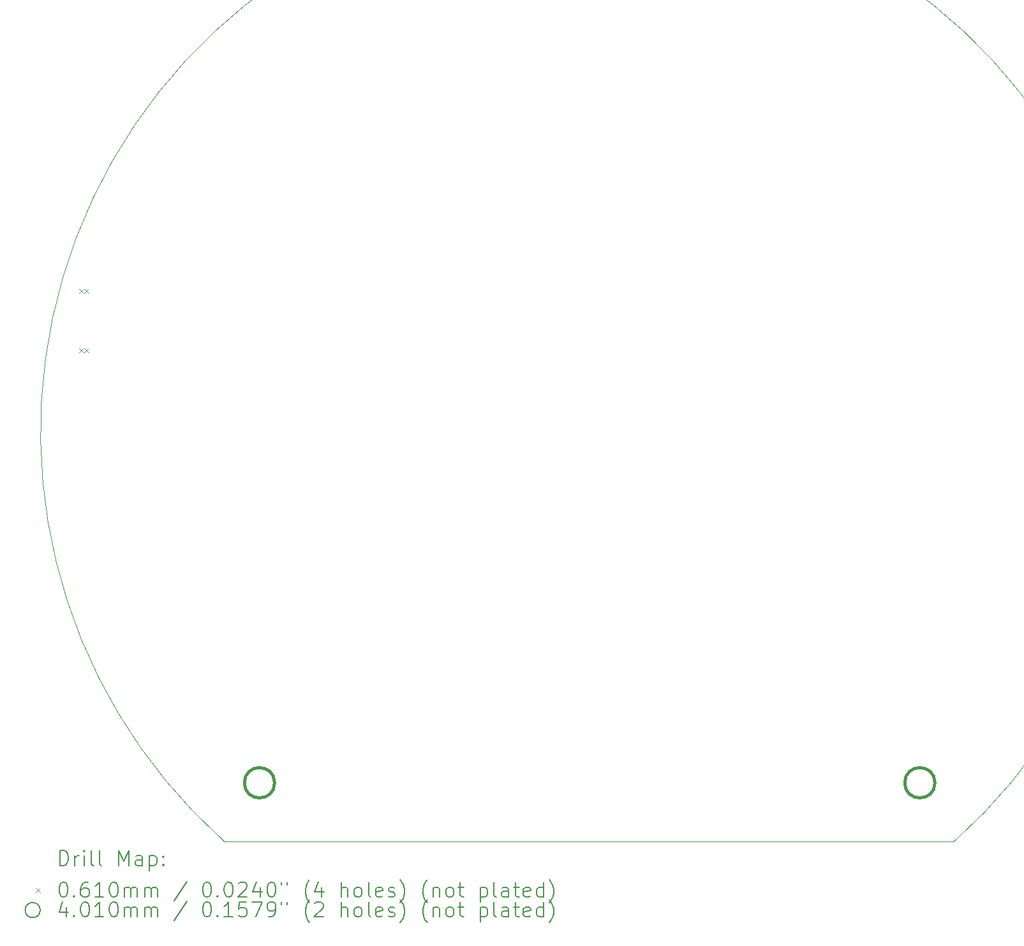
<source format=gbr>
%TF.GenerationSoftware,KiCad,Pcbnew,7.0.8*%
%TF.CreationDate,2024-05-08T13:20:17-04:00*%
%TF.ProjectId,PowerBoard_2024,506f7765-7242-46f6-9172-645f32303234,rev?*%
%TF.SameCoordinates,Original*%
%TF.FileFunction,Drillmap*%
%TF.FilePolarity,Positive*%
%FSLAX45Y45*%
G04 Gerber Fmt 4.5, Leading zero omitted, Abs format (unit mm)*
G04 Created by KiCad (PCBNEW 7.0.8) date 2024-05-08 13:20:17*
%MOMM*%
%LPD*%
G01*
G04 APERTURE LIST*
%ADD10C,0.100000*%
%ADD11C,0.200000*%
%ADD12C,0.060960*%
%ADD13C,0.401000*%
G04 APERTURE END LIST*
D10*
X18734900Y-15232220D02*
X9054900Y-15232220D01*
X18734900Y-15232220D02*
G75*
G03*
X9054900Y-15232220I-4840000J5440000D01*
G01*
D11*
D12*
X7125970Y-7887150D02*
X7186930Y-7948110D01*
X7186930Y-7887150D02*
X7125970Y-7948110D01*
X7125970Y-8677150D02*
X7186930Y-8738110D01*
X7186930Y-8677150D02*
X7125970Y-8738110D01*
X7194550Y-7887150D02*
X7255510Y-7948110D01*
X7255510Y-7887150D02*
X7194550Y-7948110D01*
X7194550Y-8677150D02*
X7255510Y-8738110D01*
X7255510Y-8677150D02*
X7194550Y-8738110D01*
D13*
X9719400Y-14450220D02*
G75*
G03*
X9719400Y-14450220I-200500J0D01*
G01*
X18482400Y-14450220D02*
G75*
G03*
X18482400Y-14450220I-200500J0D01*
G01*
D11*
X6869248Y-15548704D02*
X6869248Y-15348704D01*
X6869248Y-15348704D02*
X6916867Y-15348704D01*
X6916867Y-15348704D02*
X6945439Y-15358228D01*
X6945439Y-15358228D02*
X6964486Y-15377275D01*
X6964486Y-15377275D02*
X6974010Y-15396323D01*
X6974010Y-15396323D02*
X6983534Y-15434418D01*
X6983534Y-15434418D02*
X6983534Y-15462989D01*
X6983534Y-15462989D02*
X6974010Y-15501085D01*
X6974010Y-15501085D02*
X6964486Y-15520132D01*
X6964486Y-15520132D02*
X6945439Y-15539180D01*
X6945439Y-15539180D02*
X6916867Y-15548704D01*
X6916867Y-15548704D02*
X6869248Y-15548704D01*
X7069248Y-15548704D02*
X7069248Y-15415370D01*
X7069248Y-15453466D02*
X7078772Y-15434418D01*
X7078772Y-15434418D02*
X7088296Y-15424894D01*
X7088296Y-15424894D02*
X7107344Y-15415370D01*
X7107344Y-15415370D02*
X7126391Y-15415370D01*
X7193058Y-15548704D02*
X7193058Y-15415370D01*
X7193058Y-15348704D02*
X7183534Y-15358228D01*
X7183534Y-15358228D02*
X7193058Y-15367751D01*
X7193058Y-15367751D02*
X7202582Y-15358228D01*
X7202582Y-15358228D02*
X7193058Y-15348704D01*
X7193058Y-15348704D02*
X7193058Y-15367751D01*
X7316867Y-15548704D02*
X7297820Y-15539180D01*
X7297820Y-15539180D02*
X7288296Y-15520132D01*
X7288296Y-15520132D02*
X7288296Y-15348704D01*
X7421629Y-15548704D02*
X7402582Y-15539180D01*
X7402582Y-15539180D02*
X7393058Y-15520132D01*
X7393058Y-15520132D02*
X7393058Y-15348704D01*
X7650201Y-15548704D02*
X7650201Y-15348704D01*
X7650201Y-15348704D02*
X7716867Y-15491561D01*
X7716867Y-15491561D02*
X7783534Y-15348704D01*
X7783534Y-15348704D02*
X7783534Y-15548704D01*
X7964486Y-15548704D02*
X7964486Y-15443942D01*
X7964486Y-15443942D02*
X7954963Y-15424894D01*
X7954963Y-15424894D02*
X7935915Y-15415370D01*
X7935915Y-15415370D02*
X7897820Y-15415370D01*
X7897820Y-15415370D02*
X7878772Y-15424894D01*
X7964486Y-15539180D02*
X7945439Y-15548704D01*
X7945439Y-15548704D02*
X7897820Y-15548704D01*
X7897820Y-15548704D02*
X7878772Y-15539180D01*
X7878772Y-15539180D02*
X7869248Y-15520132D01*
X7869248Y-15520132D02*
X7869248Y-15501085D01*
X7869248Y-15501085D02*
X7878772Y-15482037D01*
X7878772Y-15482037D02*
X7897820Y-15472513D01*
X7897820Y-15472513D02*
X7945439Y-15472513D01*
X7945439Y-15472513D02*
X7964486Y-15462989D01*
X8059725Y-15415370D02*
X8059725Y-15615370D01*
X8059725Y-15424894D02*
X8078772Y-15415370D01*
X8078772Y-15415370D02*
X8116867Y-15415370D01*
X8116867Y-15415370D02*
X8135915Y-15424894D01*
X8135915Y-15424894D02*
X8145439Y-15434418D01*
X8145439Y-15434418D02*
X8154963Y-15453466D01*
X8154963Y-15453466D02*
X8154963Y-15510608D01*
X8154963Y-15510608D02*
X8145439Y-15529656D01*
X8145439Y-15529656D02*
X8135915Y-15539180D01*
X8135915Y-15539180D02*
X8116867Y-15548704D01*
X8116867Y-15548704D02*
X8078772Y-15548704D01*
X8078772Y-15548704D02*
X8059725Y-15539180D01*
X8240677Y-15529656D02*
X8250201Y-15539180D01*
X8250201Y-15539180D02*
X8240677Y-15548704D01*
X8240677Y-15548704D02*
X8231153Y-15539180D01*
X8231153Y-15539180D02*
X8240677Y-15529656D01*
X8240677Y-15529656D02*
X8240677Y-15548704D01*
X8240677Y-15424894D02*
X8250201Y-15434418D01*
X8250201Y-15434418D02*
X8240677Y-15443942D01*
X8240677Y-15443942D02*
X8231153Y-15434418D01*
X8231153Y-15434418D02*
X8240677Y-15424894D01*
X8240677Y-15424894D02*
X8240677Y-15443942D01*
D12*
X6547512Y-15846740D02*
X6608472Y-15907700D01*
X6608472Y-15846740D02*
X6547512Y-15907700D01*
D11*
X6907344Y-15768704D02*
X6926391Y-15768704D01*
X6926391Y-15768704D02*
X6945439Y-15778228D01*
X6945439Y-15778228D02*
X6954963Y-15787751D01*
X6954963Y-15787751D02*
X6964486Y-15806799D01*
X6964486Y-15806799D02*
X6974010Y-15844894D01*
X6974010Y-15844894D02*
X6974010Y-15892513D01*
X6974010Y-15892513D02*
X6964486Y-15930608D01*
X6964486Y-15930608D02*
X6954963Y-15949656D01*
X6954963Y-15949656D02*
X6945439Y-15959180D01*
X6945439Y-15959180D02*
X6926391Y-15968704D01*
X6926391Y-15968704D02*
X6907344Y-15968704D01*
X6907344Y-15968704D02*
X6888296Y-15959180D01*
X6888296Y-15959180D02*
X6878772Y-15949656D01*
X6878772Y-15949656D02*
X6869248Y-15930608D01*
X6869248Y-15930608D02*
X6859725Y-15892513D01*
X6859725Y-15892513D02*
X6859725Y-15844894D01*
X6859725Y-15844894D02*
X6869248Y-15806799D01*
X6869248Y-15806799D02*
X6878772Y-15787751D01*
X6878772Y-15787751D02*
X6888296Y-15778228D01*
X6888296Y-15778228D02*
X6907344Y-15768704D01*
X7059725Y-15949656D02*
X7069248Y-15959180D01*
X7069248Y-15959180D02*
X7059725Y-15968704D01*
X7059725Y-15968704D02*
X7050201Y-15959180D01*
X7050201Y-15959180D02*
X7059725Y-15949656D01*
X7059725Y-15949656D02*
X7059725Y-15968704D01*
X7240677Y-15768704D02*
X7202582Y-15768704D01*
X7202582Y-15768704D02*
X7183534Y-15778228D01*
X7183534Y-15778228D02*
X7174010Y-15787751D01*
X7174010Y-15787751D02*
X7154963Y-15816323D01*
X7154963Y-15816323D02*
X7145439Y-15854418D01*
X7145439Y-15854418D02*
X7145439Y-15930608D01*
X7145439Y-15930608D02*
X7154963Y-15949656D01*
X7154963Y-15949656D02*
X7164486Y-15959180D01*
X7164486Y-15959180D02*
X7183534Y-15968704D01*
X7183534Y-15968704D02*
X7221629Y-15968704D01*
X7221629Y-15968704D02*
X7240677Y-15959180D01*
X7240677Y-15959180D02*
X7250201Y-15949656D01*
X7250201Y-15949656D02*
X7259725Y-15930608D01*
X7259725Y-15930608D02*
X7259725Y-15882989D01*
X7259725Y-15882989D02*
X7250201Y-15863942D01*
X7250201Y-15863942D02*
X7240677Y-15854418D01*
X7240677Y-15854418D02*
X7221629Y-15844894D01*
X7221629Y-15844894D02*
X7183534Y-15844894D01*
X7183534Y-15844894D02*
X7164486Y-15854418D01*
X7164486Y-15854418D02*
X7154963Y-15863942D01*
X7154963Y-15863942D02*
X7145439Y-15882989D01*
X7450201Y-15968704D02*
X7335915Y-15968704D01*
X7393058Y-15968704D02*
X7393058Y-15768704D01*
X7393058Y-15768704D02*
X7374010Y-15797275D01*
X7374010Y-15797275D02*
X7354963Y-15816323D01*
X7354963Y-15816323D02*
X7335915Y-15825847D01*
X7574010Y-15768704D02*
X7593058Y-15768704D01*
X7593058Y-15768704D02*
X7612106Y-15778228D01*
X7612106Y-15778228D02*
X7621629Y-15787751D01*
X7621629Y-15787751D02*
X7631153Y-15806799D01*
X7631153Y-15806799D02*
X7640677Y-15844894D01*
X7640677Y-15844894D02*
X7640677Y-15892513D01*
X7640677Y-15892513D02*
X7631153Y-15930608D01*
X7631153Y-15930608D02*
X7621629Y-15949656D01*
X7621629Y-15949656D02*
X7612106Y-15959180D01*
X7612106Y-15959180D02*
X7593058Y-15968704D01*
X7593058Y-15968704D02*
X7574010Y-15968704D01*
X7574010Y-15968704D02*
X7554963Y-15959180D01*
X7554963Y-15959180D02*
X7545439Y-15949656D01*
X7545439Y-15949656D02*
X7535915Y-15930608D01*
X7535915Y-15930608D02*
X7526391Y-15892513D01*
X7526391Y-15892513D02*
X7526391Y-15844894D01*
X7526391Y-15844894D02*
X7535915Y-15806799D01*
X7535915Y-15806799D02*
X7545439Y-15787751D01*
X7545439Y-15787751D02*
X7554963Y-15778228D01*
X7554963Y-15778228D02*
X7574010Y-15768704D01*
X7726391Y-15968704D02*
X7726391Y-15835370D01*
X7726391Y-15854418D02*
X7735915Y-15844894D01*
X7735915Y-15844894D02*
X7754963Y-15835370D01*
X7754963Y-15835370D02*
X7783534Y-15835370D01*
X7783534Y-15835370D02*
X7802582Y-15844894D01*
X7802582Y-15844894D02*
X7812106Y-15863942D01*
X7812106Y-15863942D02*
X7812106Y-15968704D01*
X7812106Y-15863942D02*
X7821629Y-15844894D01*
X7821629Y-15844894D02*
X7840677Y-15835370D01*
X7840677Y-15835370D02*
X7869248Y-15835370D01*
X7869248Y-15835370D02*
X7888296Y-15844894D01*
X7888296Y-15844894D02*
X7897820Y-15863942D01*
X7897820Y-15863942D02*
X7897820Y-15968704D01*
X7993058Y-15968704D02*
X7993058Y-15835370D01*
X7993058Y-15854418D02*
X8002582Y-15844894D01*
X8002582Y-15844894D02*
X8021629Y-15835370D01*
X8021629Y-15835370D02*
X8050201Y-15835370D01*
X8050201Y-15835370D02*
X8069248Y-15844894D01*
X8069248Y-15844894D02*
X8078772Y-15863942D01*
X8078772Y-15863942D02*
X8078772Y-15968704D01*
X8078772Y-15863942D02*
X8088296Y-15844894D01*
X8088296Y-15844894D02*
X8107344Y-15835370D01*
X8107344Y-15835370D02*
X8135915Y-15835370D01*
X8135915Y-15835370D02*
X8154963Y-15844894D01*
X8154963Y-15844894D02*
X8164487Y-15863942D01*
X8164487Y-15863942D02*
X8164487Y-15968704D01*
X8554963Y-15759180D02*
X8383534Y-16016323D01*
X8812106Y-15768704D02*
X8831153Y-15768704D01*
X8831153Y-15768704D02*
X8850201Y-15778228D01*
X8850201Y-15778228D02*
X8859725Y-15787751D01*
X8859725Y-15787751D02*
X8869249Y-15806799D01*
X8869249Y-15806799D02*
X8878772Y-15844894D01*
X8878772Y-15844894D02*
X8878772Y-15892513D01*
X8878772Y-15892513D02*
X8869249Y-15930608D01*
X8869249Y-15930608D02*
X8859725Y-15949656D01*
X8859725Y-15949656D02*
X8850201Y-15959180D01*
X8850201Y-15959180D02*
X8831153Y-15968704D01*
X8831153Y-15968704D02*
X8812106Y-15968704D01*
X8812106Y-15968704D02*
X8793058Y-15959180D01*
X8793058Y-15959180D02*
X8783534Y-15949656D01*
X8783534Y-15949656D02*
X8774011Y-15930608D01*
X8774011Y-15930608D02*
X8764487Y-15892513D01*
X8764487Y-15892513D02*
X8764487Y-15844894D01*
X8764487Y-15844894D02*
X8774011Y-15806799D01*
X8774011Y-15806799D02*
X8783534Y-15787751D01*
X8783534Y-15787751D02*
X8793058Y-15778228D01*
X8793058Y-15778228D02*
X8812106Y-15768704D01*
X8964487Y-15949656D02*
X8974011Y-15959180D01*
X8974011Y-15959180D02*
X8964487Y-15968704D01*
X8964487Y-15968704D02*
X8954963Y-15959180D01*
X8954963Y-15959180D02*
X8964487Y-15949656D01*
X8964487Y-15949656D02*
X8964487Y-15968704D01*
X9097820Y-15768704D02*
X9116868Y-15768704D01*
X9116868Y-15768704D02*
X9135915Y-15778228D01*
X9135915Y-15778228D02*
X9145439Y-15787751D01*
X9145439Y-15787751D02*
X9154963Y-15806799D01*
X9154963Y-15806799D02*
X9164487Y-15844894D01*
X9164487Y-15844894D02*
X9164487Y-15892513D01*
X9164487Y-15892513D02*
X9154963Y-15930608D01*
X9154963Y-15930608D02*
X9145439Y-15949656D01*
X9145439Y-15949656D02*
X9135915Y-15959180D01*
X9135915Y-15959180D02*
X9116868Y-15968704D01*
X9116868Y-15968704D02*
X9097820Y-15968704D01*
X9097820Y-15968704D02*
X9078772Y-15959180D01*
X9078772Y-15959180D02*
X9069249Y-15949656D01*
X9069249Y-15949656D02*
X9059725Y-15930608D01*
X9059725Y-15930608D02*
X9050201Y-15892513D01*
X9050201Y-15892513D02*
X9050201Y-15844894D01*
X9050201Y-15844894D02*
X9059725Y-15806799D01*
X9059725Y-15806799D02*
X9069249Y-15787751D01*
X9069249Y-15787751D02*
X9078772Y-15778228D01*
X9078772Y-15778228D02*
X9097820Y-15768704D01*
X9240677Y-15787751D02*
X9250201Y-15778228D01*
X9250201Y-15778228D02*
X9269249Y-15768704D01*
X9269249Y-15768704D02*
X9316868Y-15768704D01*
X9316868Y-15768704D02*
X9335915Y-15778228D01*
X9335915Y-15778228D02*
X9345439Y-15787751D01*
X9345439Y-15787751D02*
X9354963Y-15806799D01*
X9354963Y-15806799D02*
X9354963Y-15825847D01*
X9354963Y-15825847D02*
X9345439Y-15854418D01*
X9345439Y-15854418D02*
X9231153Y-15968704D01*
X9231153Y-15968704D02*
X9354963Y-15968704D01*
X9526392Y-15835370D02*
X9526392Y-15968704D01*
X9478772Y-15759180D02*
X9431153Y-15902037D01*
X9431153Y-15902037D02*
X9554963Y-15902037D01*
X9669249Y-15768704D02*
X9688296Y-15768704D01*
X9688296Y-15768704D02*
X9707344Y-15778228D01*
X9707344Y-15778228D02*
X9716868Y-15787751D01*
X9716868Y-15787751D02*
X9726392Y-15806799D01*
X9726392Y-15806799D02*
X9735915Y-15844894D01*
X9735915Y-15844894D02*
X9735915Y-15892513D01*
X9735915Y-15892513D02*
X9726392Y-15930608D01*
X9726392Y-15930608D02*
X9716868Y-15949656D01*
X9716868Y-15949656D02*
X9707344Y-15959180D01*
X9707344Y-15959180D02*
X9688296Y-15968704D01*
X9688296Y-15968704D02*
X9669249Y-15968704D01*
X9669249Y-15968704D02*
X9650201Y-15959180D01*
X9650201Y-15959180D02*
X9640677Y-15949656D01*
X9640677Y-15949656D02*
X9631153Y-15930608D01*
X9631153Y-15930608D02*
X9621630Y-15892513D01*
X9621630Y-15892513D02*
X9621630Y-15844894D01*
X9621630Y-15844894D02*
X9631153Y-15806799D01*
X9631153Y-15806799D02*
X9640677Y-15787751D01*
X9640677Y-15787751D02*
X9650201Y-15778228D01*
X9650201Y-15778228D02*
X9669249Y-15768704D01*
X9812106Y-15768704D02*
X9812106Y-15806799D01*
X9888296Y-15768704D02*
X9888296Y-15806799D01*
X10183535Y-16044894D02*
X10174011Y-16035370D01*
X10174011Y-16035370D02*
X10154963Y-16006799D01*
X10154963Y-16006799D02*
X10145439Y-15987751D01*
X10145439Y-15987751D02*
X10135915Y-15959180D01*
X10135915Y-15959180D02*
X10126392Y-15911561D01*
X10126392Y-15911561D02*
X10126392Y-15873466D01*
X10126392Y-15873466D02*
X10135915Y-15825847D01*
X10135915Y-15825847D02*
X10145439Y-15797275D01*
X10145439Y-15797275D02*
X10154963Y-15778228D01*
X10154963Y-15778228D02*
X10174011Y-15749656D01*
X10174011Y-15749656D02*
X10183535Y-15740132D01*
X10345439Y-15835370D02*
X10345439Y-15968704D01*
X10297820Y-15759180D02*
X10250201Y-15902037D01*
X10250201Y-15902037D02*
X10374011Y-15902037D01*
X10602582Y-15968704D02*
X10602582Y-15768704D01*
X10688296Y-15968704D02*
X10688296Y-15863942D01*
X10688296Y-15863942D02*
X10678773Y-15844894D01*
X10678773Y-15844894D02*
X10659725Y-15835370D01*
X10659725Y-15835370D02*
X10631154Y-15835370D01*
X10631154Y-15835370D02*
X10612106Y-15844894D01*
X10612106Y-15844894D02*
X10602582Y-15854418D01*
X10812106Y-15968704D02*
X10793058Y-15959180D01*
X10793058Y-15959180D02*
X10783535Y-15949656D01*
X10783535Y-15949656D02*
X10774011Y-15930608D01*
X10774011Y-15930608D02*
X10774011Y-15873466D01*
X10774011Y-15873466D02*
X10783535Y-15854418D01*
X10783535Y-15854418D02*
X10793058Y-15844894D01*
X10793058Y-15844894D02*
X10812106Y-15835370D01*
X10812106Y-15835370D02*
X10840677Y-15835370D01*
X10840677Y-15835370D02*
X10859725Y-15844894D01*
X10859725Y-15844894D02*
X10869249Y-15854418D01*
X10869249Y-15854418D02*
X10878773Y-15873466D01*
X10878773Y-15873466D02*
X10878773Y-15930608D01*
X10878773Y-15930608D02*
X10869249Y-15949656D01*
X10869249Y-15949656D02*
X10859725Y-15959180D01*
X10859725Y-15959180D02*
X10840677Y-15968704D01*
X10840677Y-15968704D02*
X10812106Y-15968704D01*
X10993058Y-15968704D02*
X10974011Y-15959180D01*
X10974011Y-15959180D02*
X10964487Y-15940132D01*
X10964487Y-15940132D02*
X10964487Y-15768704D01*
X11145439Y-15959180D02*
X11126392Y-15968704D01*
X11126392Y-15968704D02*
X11088296Y-15968704D01*
X11088296Y-15968704D02*
X11069249Y-15959180D01*
X11069249Y-15959180D02*
X11059725Y-15940132D01*
X11059725Y-15940132D02*
X11059725Y-15863942D01*
X11059725Y-15863942D02*
X11069249Y-15844894D01*
X11069249Y-15844894D02*
X11088296Y-15835370D01*
X11088296Y-15835370D02*
X11126392Y-15835370D01*
X11126392Y-15835370D02*
X11145439Y-15844894D01*
X11145439Y-15844894D02*
X11154963Y-15863942D01*
X11154963Y-15863942D02*
X11154963Y-15882989D01*
X11154963Y-15882989D02*
X11059725Y-15902037D01*
X11231154Y-15959180D02*
X11250201Y-15968704D01*
X11250201Y-15968704D02*
X11288296Y-15968704D01*
X11288296Y-15968704D02*
X11307344Y-15959180D01*
X11307344Y-15959180D02*
X11316868Y-15940132D01*
X11316868Y-15940132D02*
X11316868Y-15930608D01*
X11316868Y-15930608D02*
X11307344Y-15911561D01*
X11307344Y-15911561D02*
X11288296Y-15902037D01*
X11288296Y-15902037D02*
X11259725Y-15902037D01*
X11259725Y-15902037D02*
X11240677Y-15892513D01*
X11240677Y-15892513D02*
X11231154Y-15873466D01*
X11231154Y-15873466D02*
X11231154Y-15863942D01*
X11231154Y-15863942D02*
X11240677Y-15844894D01*
X11240677Y-15844894D02*
X11259725Y-15835370D01*
X11259725Y-15835370D02*
X11288296Y-15835370D01*
X11288296Y-15835370D02*
X11307344Y-15844894D01*
X11383535Y-16044894D02*
X11393058Y-16035370D01*
X11393058Y-16035370D02*
X11412106Y-16006799D01*
X11412106Y-16006799D02*
X11421630Y-15987751D01*
X11421630Y-15987751D02*
X11431154Y-15959180D01*
X11431154Y-15959180D02*
X11440677Y-15911561D01*
X11440677Y-15911561D02*
X11440677Y-15873466D01*
X11440677Y-15873466D02*
X11431154Y-15825847D01*
X11431154Y-15825847D02*
X11421630Y-15797275D01*
X11421630Y-15797275D02*
X11412106Y-15778228D01*
X11412106Y-15778228D02*
X11393058Y-15749656D01*
X11393058Y-15749656D02*
X11383535Y-15740132D01*
X11745439Y-16044894D02*
X11735915Y-16035370D01*
X11735915Y-16035370D02*
X11716868Y-16006799D01*
X11716868Y-16006799D02*
X11707344Y-15987751D01*
X11707344Y-15987751D02*
X11697820Y-15959180D01*
X11697820Y-15959180D02*
X11688296Y-15911561D01*
X11688296Y-15911561D02*
X11688296Y-15873466D01*
X11688296Y-15873466D02*
X11697820Y-15825847D01*
X11697820Y-15825847D02*
X11707344Y-15797275D01*
X11707344Y-15797275D02*
X11716868Y-15778228D01*
X11716868Y-15778228D02*
X11735915Y-15749656D01*
X11735915Y-15749656D02*
X11745439Y-15740132D01*
X11821630Y-15835370D02*
X11821630Y-15968704D01*
X11821630Y-15854418D02*
X11831154Y-15844894D01*
X11831154Y-15844894D02*
X11850201Y-15835370D01*
X11850201Y-15835370D02*
X11878773Y-15835370D01*
X11878773Y-15835370D02*
X11897820Y-15844894D01*
X11897820Y-15844894D02*
X11907344Y-15863942D01*
X11907344Y-15863942D02*
X11907344Y-15968704D01*
X12031154Y-15968704D02*
X12012106Y-15959180D01*
X12012106Y-15959180D02*
X12002582Y-15949656D01*
X12002582Y-15949656D02*
X11993058Y-15930608D01*
X11993058Y-15930608D02*
X11993058Y-15873466D01*
X11993058Y-15873466D02*
X12002582Y-15854418D01*
X12002582Y-15854418D02*
X12012106Y-15844894D01*
X12012106Y-15844894D02*
X12031154Y-15835370D01*
X12031154Y-15835370D02*
X12059725Y-15835370D01*
X12059725Y-15835370D02*
X12078773Y-15844894D01*
X12078773Y-15844894D02*
X12088296Y-15854418D01*
X12088296Y-15854418D02*
X12097820Y-15873466D01*
X12097820Y-15873466D02*
X12097820Y-15930608D01*
X12097820Y-15930608D02*
X12088296Y-15949656D01*
X12088296Y-15949656D02*
X12078773Y-15959180D01*
X12078773Y-15959180D02*
X12059725Y-15968704D01*
X12059725Y-15968704D02*
X12031154Y-15968704D01*
X12154963Y-15835370D02*
X12231154Y-15835370D01*
X12183535Y-15768704D02*
X12183535Y-15940132D01*
X12183535Y-15940132D02*
X12193058Y-15959180D01*
X12193058Y-15959180D02*
X12212106Y-15968704D01*
X12212106Y-15968704D02*
X12231154Y-15968704D01*
X12450201Y-15835370D02*
X12450201Y-16035370D01*
X12450201Y-15844894D02*
X12469249Y-15835370D01*
X12469249Y-15835370D02*
X12507344Y-15835370D01*
X12507344Y-15835370D02*
X12526392Y-15844894D01*
X12526392Y-15844894D02*
X12535916Y-15854418D01*
X12535916Y-15854418D02*
X12545439Y-15873466D01*
X12545439Y-15873466D02*
X12545439Y-15930608D01*
X12545439Y-15930608D02*
X12535916Y-15949656D01*
X12535916Y-15949656D02*
X12526392Y-15959180D01*
X12526392Y-15959180D02*
X12507344Y-15968704D01*
X12507344Y-15968704D02*
X12469249Y-15968704D01*
X12469249Y-15968704D02*
X12450201Y-15959180D01*
X12659725Y-15968704D02*
X12640677Y-15959180D01*
X12640677Y-15959180D02*
X12631154Y-15940132D01*
X12631154Y-15940132D02*
X12631154Y-15768704D01*
X12821630Y-15968704D02*
X12821630Y-15863942D01*
X12821630Y-15863942D02*
X12812106Y-15844894D01*
X12812106Y-15844894D02*
X12793058Y-15835370D01*
X12793058Y-15835370D02*
X12754963Y-15835370D01*
X12754963Y-15835370D02*
X12735916Y-15844894D01*
X12821630Y-15959180D02*
X12802582Y-15968704D01*
X12802582Y-15968704D02*
X12754963Y-15968704D01*
X12754963Y-15968704D02*
X12735916Y-15959180D01*
X12735916Y-15959180D02*
X12726392Y-15940132D01*
X12726392Y-15940132D02*
X12726392Y-15921085D01*
X12726392Y-15921085D02*
X12735916Y-15902037D01*
X12735916Y-15902037D02*
X12754963Y-15892513D01*
X12754963Y-15892513D02*
X12802582Y-15892513D01*
X12802582Y-15892513D02*
X12821630Y-15882989D01*
X12888297Y-15835370D02*
X12964487Y-15835370D01*
X12916868Y-15768704D02*
X12916868Y-15940132D01*
X12916868Y-15940132D02*
X12926392Y-15959180D01*
X12926392Y-15959180D02*
X12945439Y-15968704D01*
X12945439Y-15968704D02*
X12964487Y-15968704D01*
X13107344Y-15959180D02*
X13088297Y-15968704D01*
X13088297Y-15968704D02*
X13050201Y-15968704D01*
X13050201Y-15968704D02*
X13031154Y-15959180D01*
X13031154Y-15959180D02*
X13021630Y-15940132D01*
X13021630Y-15940132D02*
X13021630Y-15863942D01*
X13021630Y-15863942D02*
X13031154Y-15844894D01*
X13031154Y-15844894D02*
X13050201Y-15835370D01*
X13050201Y-15835370D02*
X13088297Y-15835370D01*
X13088297Y-15835370D02*
X13107344Y-15844894D01*
X13107344Y-15844894D02*
X13116868Y-15863942D01*
X13116868Y-15863942D02*
X13116868Y-15882989D01*
X13116868Y-15882989D02*
X13021630Y-15902037D01*
X13288297Y-15968704D02*
X13288297Y-15768704D01*
X13288297Y-15959180D02*
X13269249Y-15968704D01*
X13269249Y-15968704D02*
X13231154Y-15968704D01*
X13231154Y-15968704D02*
X13212106Y-15959180D01*
X13212106Y-15959180D02*
X13202582Y-15949656D01*
X13202582Y-15949656D02*
X13193058Y-15930608D01*
X13193058Y-15930608D02*
X13193058Y-15873466D01*
X13193058Y-15873466D02*
X13202582Y-15854418D01*
X13202582Y-15854418D02*
X13212106Y-15844894D01*
X13212106Y-15844894D02*
X13231154Y-15835370D01*
X13231154Y-15835370D02*
X13269249Y-15835370D01*
X13269249Y-15835370D02*
X13288297Y-15844894D01*
X13364487Y-16044894D02*
X13374011Y-16035370D01*
X13374011Y-16035370D02*
X13393058Y-16006799D01*
X13393058Y-16006799D02*
X13402582Y-15987751D01*
X13402582Y-15987751D02*
X13412106Y-15959180D01*
X13412106Y-15959180D02*
X13421630Y-15911561D01*
X13421630Y-15911561D02*
X13421630Y-15873466D01*
X13421630Y-15873466D02*
X13412106Y-15825847D01*
X13412106Y-15825847D02*
X13402582Y-15797275D01*
X13402582Y-15797275D02*
X13393058Y-15778228D01*
X13393058Y-15778228D02*
X13374011Y-15749656D01*
X13374011Y-15749656D02*
X13364487Y-15740132D01*
X6608472Y-16141220D02*
G75*
G03*
X6608472Y-16141220I-100000J0D01*
G01*
X6954963Y-16099370D02*
X6954963Y-16232704D01*
X6907344Y-16023180D02*
X6859725Y-16166037D01*
X6859725Y-16166037D02*
X6983534Y-16166037D01*
X7059725Y-16213656D02*
X7069248Y-16223180D01*
X7069248Y-16223180D02*
X7059725Y-16232704D01*
X7059725Y-16232704D02*
X7050201Y-16223180D01*
X7050201Y-16223180D02*
X7059725Y-16213656D01*
X7059725Y-16213656D02*
X7059725Y-16232704D01*
X7193058Y-16032704D02*
X7212106Y-16032704D01*
X7212106Y-16032704D02*
X7231153Y-16042228D01*
X7231153Y-16042228D02*
X7240677Y-16051751D01*
X7240677Y-16051751D02*
X7250201Y-16070799D01*
X7250201Y-16070799D02*
X7259725Y-16108894D01*
X7259725Y-16108894D02*
X7259725Y-16156513D01*
X7259725Y-16156513D02*
X7250201Y-16194608D01*
X7250201Y-16194608D02*
X7240677Y-16213656D01*
X7240677Y-16213656D02*
X7231153Y-16223180D01*
X7231153Y-16223180D02*
X7212106Y-16232704D01*
X7212106Y-16232704D02*
X7193058Y-16232704D01*
X7193058Y-16232704D02*
X7174010Y-16223180D01*
X7174010Y-16223180D02*
X7164486Y-16213656D01*
X7164486Y-16213656D02*
X7154963Y-16194608D01*
X7154963Y-16194608D02*
X7145439Y-16156513D01*
X7145439Y-16156513D02*
X7145439Y-16108894D01*
X7145439Y-16108894D02*
X7154963Y-16070799D01*
X7154963Y-16070799D02*
X7164486Y-16051751D01*
X7164486Y-16051751D02*
X7174010Y-16042228D01*
X7174010Y-16042228D02*
X7193058Y-16032704D01*
X7450201Y-16232704D02*
X7335915Y-16232704D01*
X7393058Y-16232704D02*
X7393058Y-16032704D01*
X7393058Y-16032704D02*
X7374010Y-16061275D01*
X7374010Y-16061275D02*
X7354963Y-16080323D01*
X7354963Y-16080323D02*
X7335915Y-16089847D01*
X7574010Y-16032704D02*
X7593058Y-16032704D01*
X7593058Y-16032704D02*
X7612106Y-16042228D01*
X7612106Y-16042228D02*
X7621629Y-16051751D01*
X7621629Y-16051751D02*
X7631153Y-16070799D01*
X7631153Y-16070799D02*
X7640677Y-16108894D01*
X7640677Y-16108894D02*
X7640677Y-16156513D01*
X7640677Y-16156513D02*
X7631153Y-16194608D01*
X7631153Y-16194608D02*
X7621629Y-16213656D01*
X7621629Y-16213656D02*
X7612106Y-16223180D01*
X7612106Y-16223180D02*
X7593058Y-16232704D01*
X7593058Y-16232704D02*
X7574010Y-16232704D01*
X7574010Y-16232704D02*
X7554963Y-16223180D01*
X7554963Y-16223180D02*
X7545439Y-16213656D01*
X7545439Y-16213656D02*
X7535915Y-16194608D01*
X7535915Y-16194608D02*
X7526391Y-16156513D01*
X7526391Y-16156513D02*
X7526391Y-16108894D01*
X7526391Y-16108894D02*
X7535915Y-16070799D01*
X7535915Y-16070799D02*
X7545439Y-16051751D01*
X7545439Y-16051751D02*
X7554963Y-16042228D01*
X7554963Y-16042228D02*
X7574010Y-16032704D01*
X7726391Y-16232704D02*
X7726391Y-16099370D01*
X7726391Y-16118418D02*
X7735915Y-16108894D01*
X7735915Y-16108894D02*
X7754963Y-16099370D01*
X7754963Y-16099370D02*
X7783534Y-16099370D01*
X7783534Y-16099370D02*
X7802582Y-16108894D01*
X7802582Y-16108894D02*
X7812106Y-16127942D01*
X7812106Y-16127942D02*
X7812106Y-16232704D01*
X7812106Y-16127942D02*
X7821629Y-16108894D01*
X7821629Y-16108894D02*
X7840677Y-16099370D01*
X7840677Y-16099370D02*
X7869248Y-16099370D01*
X7869248Y-16099370D02*
X7888296Y-16108894D01*
X7888296Y-16108894D02*
X7897820Y-16127942D01*
X7897820Y-16127942D02*
X7897820Y-16232704D01*
X7993058Y-16232704D02*
X7993058Y-16099370D01*
X7993058Y-16118418D02*
X8002582Y-16108894D01*
X8002582Y-16108894D02*
X8021629Y-16099370D01*
X8021629Y-16099370D02*
X8050201Y-16099370D01*
X8050201Y-16099370D02*
X8069248Y-16108894D01*
X8069248Y-16108894D02*
X8078772Y-16127942D01*
X8078772Y-16127942D02*
X8078772Y-16232704D01*
X8078772Y-16127942D02*
X8088296Y-16108894D01*
X8088296Y-16108894D02*
X8107344Y-16099370D01*
X8107344Y-16099370D02*
X8135915Y-16099370D01*
X8135915Y-16099370D02*
X8154963Y-16108894D01*
X8154963Y-16108894D02*
X8164487Y-16127942D01*
X8164487Y-16127942D02*
X8164487Y-16232704D01*
X8554963Y-16023180D02*
X8383534Y-16280323D01*
X8812106Y-16032704D02*
X8831153Y-16032704D01*
X8831153Y-16032704D02*
X8850201Y-16042228D01*
X8850201Y-16042228D02*
X8859725Y-16051751D01*
X8859725Y-16051751D02*
X8869249Y-16070799D01*
X8869249Y-16070799D02*
X8878772Y-16108894D01*
X8878772Y-16108894D02*
X8878772Y-16156513D01*
X8878772Y-16156513D02*
X8869249Y-16194608D01*
X8869249Y-16194608D02*
X8859725Y-16213656D01*
X8859725Y-16213656D02*
X8850201Y-16223180D01*
X8850201Y-16223180D02*
X8831153Y-16232704D01*
X8831153Y-16232704D02*
X8812106Y-16232704D01*
X8812106Y-16232704D02*
X8793058Y-16223180D01*
X8793058Y-16223180D02*
X8783534Y-16213656D01*
X8783534Y-16213656D02*
X8774011Y-16194608D01*
X8774011Y-16194608D02*
X8764487Y-16156513D01*
X8764487Y-16156513D02*
X8764487Y-16108894D01*
X8764487Y-16108894D02*
X8774011Y-16070799D01*
X8774011Y-16070799D02*
X8783534Y-16051751D01*
X8783534Y-16051751D02*
X8793058Y-16042228D01*
X8793058Y-16042228D02*
X8812106Y-16032704D01*
X8964487Y-16213656D02*
X8974011Y-16223180D01*
X8974011Y-16223180D02*
X8964487Y-16232704D01*
X8964487Y-16232704D02*
X8954963Y-16223180D01*
X8954963Y-16223180D02*
X8964487Y-16213656D01*
X8964487Y-16213656D02*
X8964487Y-16232704D01*
X9164487Y-16232704D02*
X9050201Y-16232704D01*
X9107344Y-16232704D02*
X9107344Y-16032704D01*
X9107344Y-16032704D02*
X9088296Y-16061275D01*
X9088296Y-16061275D02*
X9069249Y-16080323D01*
X9069249Y-16080323D02*
X9050201Y-16089847D01*
X9345439Y-16032704D02*
X9250201Y-16032704D01*
X9250201Y-16032704D02*
X9240677Y-16127942D01*
X9240677Y-16127942D02*
X9250201Y-16118418D01*
X9250201Y-16118418D02*
X9269249Y-16108894D01*
X9269249Y-16108894D02*
X9316868Y-16108894D01*
X9316868Y-16108894D02*
X9335915Y-16118418D01*
X9335915Y-16118418D02*
X9345439Y-16127942D01*
X9345439Y-16127942D02*
X9354963Y-16146989D01*
X9354963Y-16146989D02*
X9354963Y-16194608D01*
X9354963Y-16194608D02*
X9345439Y-16213656D01*
X9345439Y-16213656D02*
X9335915Y-16223180D01*
X9335915Y-16223180D02*
X9316868Y-16232704D01*
X9316868Y-16232704D02*
X9269249Y-16232704D01*
X9269249Y-16232704D02*
X9250201Y-16223180D01*
X9250201Y-16223180D02*
X9240677Y-16213656D01*
X9421630Y-16032704D02*
X9554963Y-16032704D01*
X9554963Y-16032704D02*
X9469249Y-16232704D01*
X9640677Y-16232704D02*
X9678772Y-16232704D01*
X9678772Y-16232704D02*
X9697820Y-16223180D01*
X9697820Y-16223180D02*
X9707344Y-16213656D01*
X9707344Y-16213656D02*
X9726392Y-16185085D01*
X9726392Y-16185085D02*
X9735915Y-16146989D01*
X9735915Y-16146989D02*
X9735915Y-16070799D01*
X9735915Y-16070799D02*
X9726392Y-16051751D01*
X9726392Y-16051751D02*
X9716868Y-16042228D01*
X9716868Y-16042228D02*
X9697820Y-16032704D01*
X9697820Y-16032704D02*
X9659725Y-16032704D01*
X9659725Y-16032704D02*
X9640677Y-16042228D01*
X9640677Y-16042228D02*
X9631153Y-16051751D01*
X9631153Y-16051751D02*
X9621630Y-16070799D01*
X9621630Y-16070799D02*
X9621630Y-16118418D01*
X9621630Y-16118418D02*
X9631153Y-16137466D01*
X9631153Y-16137466D02*
X9640677Y-16146989D01*
X9640677Y-16146989D02*
X9659725Y-16156513D01*
X9659725Y-16156513D02*
X9697820Y-16156513D01*
X9697820Y-16156513D02*
X9716868Y-16146989D01*
X9716868Y-16146989D02*
X9726392Y-16137466D01*
X9726392Y-16137466D02*
X9735915Y-16118418D01*
X9812106Y-16032704D02*
X9812106Y-16070799D01*
X9888296Y-16032704D02*
X9888296Y-16070799D01*
X10183535Y-16308894D02*
X10174011Y-16299370D01*
X10174011Y-16299370D02*
X10154963Y-16270799D01*
X10154963Y-16270799D02*
X10145439Y-16251751D01*
X10145439Y-16251751D02*
X10135915Y-16223180D01*
X10135915Y-16223180D02*
X10126392Y-16175561D01*
X10126392Y-16175561D02*
X10126392Y-16137466D01*
X10126392Y-16137466D02*
X10135915Y-16089847D01*
X10135915Y-16089847D02*
X10145439Y-16061275D01*
X10145439Y-16061275D02*
X10154963Y-16042228D01*
X10154963Y-16042228D02*
X10174011Y-16013656D01*
X10174011Y-16013656D02*
X10183535Y-16004132D01*
X10250201Y-16051751D02*
X10259725Y-16042228D01*
X10259725Y-16042228D02*
X10278773Y-16032704D01*
X10278773Y-16032704D02*
X10326392Y-16032704D01*
X10326392Y-16032704D02*
X10345439Y-16042228D01*
X10345439Y-16042228D02*
X10354963Y-16051751D01*
X10354963Y-16051751D02*
X10364487Y-16070799D01*
X10364487Y-16070799D02*
X10364487Y-16089847D01*
X10364487Y-16089847D02*
X10354963Y-16118418D01*
X10354963Y-16118418D02*
X10240677Y-16232704D01*
X10240677Y-16232704D02*
X10364487Y-16232704D01*
X10602582Y-16232704D02*
X10602582Y-16032704D01*
X10688296Y-16232704D02*
X10688296Y-16127942D01*
X10688296Y-16127942D02*
X10678773Y-16108894D01*
X10678773Y-16108894D02*
X10659725Y-16099370D01*
X10659725Y-16099370D02*
X10631154Y-16099370D01*
X10631154Y-16099370D02*
X10612106Y-16108894D01*
X10612106Y-16108894D02*
X10602582Y-16118418D01*
X10812106Y-16232704D02*
X10793058Y-16223180D01*
X10793058Y-16223180D02*
X10783535Y-16213656D01*
X10783535Y-16213656D02*
X10774011Y-16194608D01*
X10774011Y-16194608D02*
X10774011Y-16137466D01*
X10774011Y-16137466D02*
X10783535Y-16118418D01*
X10783535Y-16118418D02*
X10793058Y-16108894D01*
X10793058Y-16108894D02*
X10812106Y-16099370D01*
X10812106Y-16099370D02*
X10840677Y-16099370D01*
X10840677Y-16099370D02*
X10859725Y-16108894D01*
X10859725Y-16108894D02*
X10869249Y-16118418D01*
X10869249Y-16118418D02*
X10878773Y-16137466D01*
X10878773Y-16137466D02*
X10878773Y-16194608D01*
X10878773Y-16194608D02*
X10869249Y-16213656D01*
X10869249Y-16213656D02*
X10859725Y-16223180D01*
X10859725Y-16223180D02*
X10840677Y-16232704D01*
X10840677Y-16232704D02*
X10812106Y-16232704D01*
X10993058Y-16232704D02*
X10974011Y-16223180D01*
X10974011Y-16223180D02*
X10964487Y-16204132D01*
X10964487Y-16204132D02*
X10964487Y-16032704D01*
X11145439Y-16223180D02*
X11126392Y-16232704D01*
X11126392Y-16232704D02*
X11088296Y-16232704D01*
X11088296Y-16232704D02*
X11069249Y-16223180D01*
X11069249Y-16223180D02*
X11059725Y-16204132D01*
X11059725Y-16204132D02*
X11059725Y-16127942D01*
X11059725Y-16127942D02*
X11069249Y-16108894D01*
X11069249Y-16108894D02*
X11088296Y-16099370D01*
X11088296Y-16099370D02*
X11126392Y-16099370D01*
X11126392Y-16099370D02*
X11145439Y-16108894D01*
X11145439Y-16108894D02*
X11154963Y-16127942D01*
X11154963Y-16127942D02*
X11154963Y-16146989D01*
X11154963Y-16146989D02*
X11059725Y-16166037D01*
X11231154Y-16223180D02*
X11250201Y-16232704D01*
X11250201Y-16232704D02*
X11288296Y-16232704D01*
X11288296Y-16232704D02*
X11307344Y-16223180D01*
X11307344Y-16223180D02*
X11316868Y-16204132D01*
X11316868Y-16204132D02*
X11316868Y-16194608D01*
X11316868Y-16194608D02*
X11307344Y-16175561D01*
X11307344Y-16175561D02*
X11288296Y-16166037D01*
X11288296Y-16166037D02*
X11259725Y-16166037D01*
X11259725Y-16166037D02*
X11240677Y-16156513D01*
X11240677Y-16156513D02*
X11231154Y-16137466D01*
X11231154Y-16137466D02*
X11231154Y-16127942D01*
X11231154Y-16127942D02*
X11240677Y-16108894D01*
X11240677Y-16108894D02*
X11259725Y-16099370D01*
X11259725Y-16099370D02*
X11288296Y-16099370D01*
X11288296Y-16099370D02*
X11307344Y-16108894D01*
X11383535Y-16308894D02*
X11393058Y-16299370D01*
X11393058Y-16299370D02*
X11412106Y-16270799D01*
X11412106Y-16270799D02*
X11421630Y-16251751D01*
X11421630Y-16251751D02*
X11431154Y-16223180D01*
X11431154Y-16223180D02*
X11440677Y-16175561D01*
X11440677Y-16175561D02*
X11440677Y-16137466D01*
X11440677Y-16137466D02*
X11431154Y-16089847D01*
X11431154Y-16089847D02*
X11421630Y-16061275D01*
X11421630Y-16061275D02*
X11412106Y-16042228D01*
X11412106Y-16042228D02*
X11393058Y-16013656D01*
X11393058Y-16013656D02*
X11383535Y-16004132D01*
X11745439Y-16308894D02*
X11735915Y-16299370D01*
X11735915Y-16299370D02*
X11716868Y-16270799D01*
X11716868Y-16270799D02*
X11707344Y-16251751D01*
X11707344Y-16251751D02*
X11697820Y-16223180D01*
X11697820Y-16223180D02*
X11688296Y-16175561D01*
X11688296Y-16175561D02*
X11688296Y-16137466D01*
X11688296Y-16137466D02*
X11697820Y-16089847D01*
X11697820Y-16089847D02*
X11707344Y-16061275D01*
X11707344Y-16061275D02*
X11716868Y-16042228D01*
X11716868Y-16042228D02*
X11735915Y-16013656D01*
X11735915Y-16013656D02*
X11745439Y-16004132D01*
X11821630Y-16099370D02*
X11821630Y-16232704D01*
X11821630Y-16118418D02*
X11831154Y-16108894D01*
X11831154Y-16108894D02*
X11850201Y-16099370D01*
X11850201Y-16099370D02*
X11878773Y-16099370D01*
X11878773Y-16099370D02*
X11897820Y-16108894D01*
X11897820Y-16108894D02*
X11907344Y-16127942D01*
X11907344Y-16127942D02*
X11907344Y-16232704D01*
X12031154Y-16232704D02*
X12012106Y-16223180D01*
X12012106Y-16223180D02*
X12002582Y-16213656D01*
X12002582Y-16213656D02*
X11993058Y-16194608D01*
X11993058Y-16194608D02*
X11993058Y-16137466D01*
X11993058Y-16137466D02*
X12002582Y-16118418D01*
X12002582Y-16118418D02*
X12012106Y-16108894D01*
X12012106Y-16108894D02*
X12031154Y-16099370D01*
X12031154Y-16099370D02*
X12059725Y-16099370D01*
X12059725Y-16099370D02*
X12078773Y-16108894D01*
X12078773Y-16108894D02*
X12088296Y-16118418D01*
X12088296Y-16118418D02*
X12097820Y-16137466D01*
X12097820Y-16137466D02*
X12097820Y-16194608D01*
X12097820Y-16194608D02*
X12088296Y-16213656D01*
X12088296Y-16213656D02*
X12078773Y-16223180D01*
X12078773Y-16223180D02*
X12059725Y-16232704D01*
X12059725Y-16232704D02*
X12031154Y-16232704D01*
X12154963Y-16099370D02*
X12231154Y-16099370D01*
X12183535Y-16032704D02*
X12183535Y-16204132D01*
X12183535Y-16204132D02*
X12193058Y-16223180D01*
X12193058Y-16223180D02*
X12212106Y-16232704D01*
X12212106Y-16232704D02*
X12231154Y-16232704D01*
X12450201Y-16099370D02*
X12450201Y-16299370D01*
X12450201Y-16108894D02*
X12469249Y-16099370D01*
X12469249Y-16099370D02*
X12507344Y-16099370D01*
X12507344Y-16099370D02*
X12526392Y-16108894D01*
X12526392Y-16108894D02*
X12535916Y-16118418D01*
X12535916Y-16118418D02*
X12545439Y-16137466D01*
X12545439Y-16137466D02*
X12545439Y-16194608D01*
X12545439Y-16194608D02*
X12535916Y-16213656D01*
X12535916Y-16213656D02*
X12526392Y-16223180D01*
X12526392Y-16223180D02*
X12507344Y-16232704D01*
X12507344Y-16232704D02*
X12469249Y-16232704D01*
X12469249Y-16232704D02*
X12450201Y-16223180D01*
X12659725Y-16232704D02*
X12640677Y-16223180D01*
X12640677Y-16223180D02*
X12631154Y-16204132D01*
X12631154Y-16204132D02*
X12631154Y-16032704D01*
X12821630Y-16232704D02*
X12821630Y-16127942D01*
X12821630Y-16127942D02*
X12812106Y-16108894D01*
X12812106Y-16108894D02*
X12793058Y-16099370D01*
X12793058Y-16099370D02*
X12754963Y-16099370D01*
X12754963Y-16099370D02*
X12735916Y-16108894D01*
X12821630Y-16223180D02*
X12802582Y-16232704D01*
X12802582Y-16232704D02*
X12754963Y-16232704D01*
X12754963Y-16232704D02*
X12735916Y-16223180D01*
X12735916Y-16223180D02*
X12726392Y-16204132D01*
X12726392Y-16204132D02*
X12726392Y-16185085D01*
X12726392Y-16185085D02*
X12735916Y-16166037D01*
X12735916Y-16166037D02*
X12754963Y-16156513D01*
X12754963Y-16156513D02*
X12802582Y-16156513D01*
X12802582Y-16156513D02*
X12821630Y-16146989D01*
X12888297Y-16099370D02*
X12964487Y-16099370D01*
X12916868Y-16032704D02*
X12916868Y-16204132D01*
X12916868Y-16204132D02*
X12926392Y-16223180D01*
X12926392Y-16223180D02*
X12945439Y-16232704D01*
X12945439Y-16232704D02*
X12964487Y-16232704D01*
X13107344Y-16223180D02*
X13088297Y-16232704D01*
X13088297Y-16232704D02*
X13050201Y-16232704D01*
X13050201Y-16232704D02*
X13031154Y-16223180D01*
X13031154Y-16223180D02*
X13021630Y-16204132D01*
X13021630Y-16204132D02*
X13021630Y-16127942D01*
X13021630Y-16127942D02*
X13031154Y-16108894D01*
X13031154Y-16108894D02*
X13050201Y-16099370D01*
X13050201Y-16099370D02*
X13088297Y-16099370D01*
X13088297Y-16099370D02*
X13107344Y-16108894D01*
X13107344Y-16108894D02*
X13116868Y-16127942D01*
X13116868Y-16127942D02*
X13116868Y-16146989D01*
X13116868Y-16146989D02*
X13021630Y-16166037D01*
X13288297Y-16232704D02*
X13288297Y-16032704D01*
X13288297Y-16223180D02*
X13269249Y-16232704D01*
X13269249Y-16232704D02*
X13231154Y-16232704D01*
X13231154Y-16232704D02*
X13212106Y-16223180D01*
X13212106Y-16223180D02*
X13202582Y-16213656D01*
X13202582Y-16213656D02*
X13193058Y-16194608D01*
X13193058Y-16194608D02*
X13193058Y-16137466D01*
X13193058Y-16137466D02*
X13202582Y-16118418D01*
X13202582Y-16118418D02*
X13212106Y-16108894D01*
X13212106Y-16108894D02*
X13231154Y-16099370D01*
X13231154Y-16099370D02*
X13269249Y-16099370D01*
X13269249Y-16099370D02*
X13288297Y-16108894D01*
X13364487Y-16308894D02*
X13374011Y-16299370D01*
X13374011Y-16299370D02*
X13393058Y-16270799D01*
X13393058Y-16270799D02*
X13402582Y-16251751D01*
X13402582Y-16251751D02*
X13412106Y-16223180D01*
X13412106Y-16223180D02*
X13421630Y-16175561D01*
X13421630Y-16175561D02*
X13421630Y-16137466D01*
X13421630Y-16137466D02*
X13412106Y-16089847D01*
X13412106Y-16089847D02*
X13402582Y-16061275D01*
X13402582Y-16061275D02*
X13393058Y-16042228D01*
X13393058Y-16042228D02*
X13374011Y-16013656D01*
X13374011Y-16013656D02*
X13364487Y-16004132D01*
M02*

</source>
